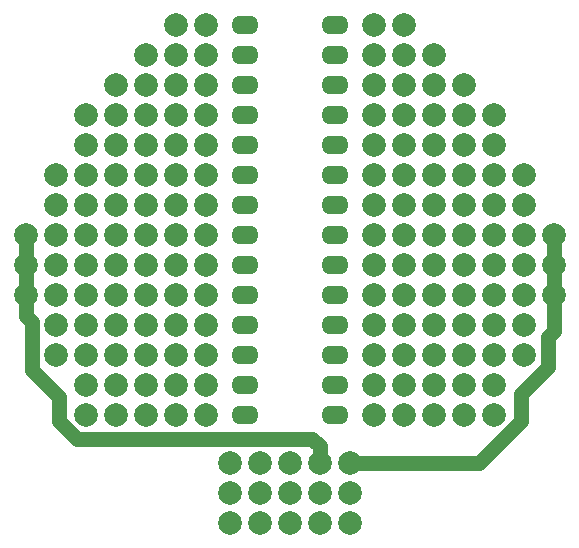
<source format=gtl>
G04 #@! TF.FileFunction,Copper,L1,Top,Signal*
%FSLAX46Y46*%
G04 Gerber Fmt 4.6, Leading zero omitted, Abs format (unit mm)*
G04 Created by KiCad (PCBNEW 4.0.0-rc1-stable) date Di 10 Nov 2015 17:33:22 CET*
%MOMM*%
G01*
G04 APERTURE LIST*
%ADD10C,0.100000*%
%ADD11C,1.998980*%
%ADD12O,2.300000X1.600000*%
%ADD13C,1.250000*%
G04 APERTURE END LIST*
D10*
D11*
X158750000Y-103124000D03*
X139446000Y-103124000D03*
X156210000Y-103124000D03*
X141986000Y-103124000D03*
X158750000Y-105664000D03*
X156210000Y-105664000D03*
X161290000Y-105664000D03*
X161290000Y-108204000D03*
X158750000Y-108204000D03*
X163830000Y-108204000D03*
X156210000Y-108204000D03*
X141986000Y-105664000D03*
X139446000Y-105664000D03*
X136906000Y-105664000D03*
X139446000Y-108204000D03*
X136906000Y-108204000D03*
X141986000Y-108204000D03*
X134366000Y-108204000D03*
X126746000Y-123444000D03*
X126746000Y-120904000D03*
X126746000Y-125984000D03*
X129286000Y-125984000D03*
X129286000Y-128524000D03*
X129286000Y-131064000D03*
X129286000Y-123444000D03*
X129286000Y-120904000D03*
X129286000Y-115824000D03*
X129286000Y-118364000D03*
X171450000Y-123444000D03*
X171450000Y-120904000D03*
X171450000Y-125984000D03*
X168910000Y-115824000D03*
X168910000Y-118364000D03*
X168910000Y-123444000D03*
X168910000Y-120904000D03*
X168910000Y-128524000D03*
X168910000Y-125984000D03*
X168910000Y-131064000D03*
X158750000Y-113284000D03*
X161290000Y-113284000D03*
X158750000Y-115824000D03*
X161290000Y-115824000D03*
X161290000Y-118364000D03*
X158750000Y-118364000D03*
X163830000Y-113284000D03*
X166370000Y-110744000D03*
X166370000Y-113284000D03*
X163830000Y-110744000D03*
X158750000Y-128524000D03*
X158750000Y-125984000D03*
X161290000Y-125984000D03*
X166370000Y-125984000D03*
X161290000Y-123444000D03*
X166370000Y-120904000D03*
X163830000Y-125984000D03*
X166370000Y-123444000D03*
X163830000Y-120904000D03*
X161290000Y-120904000D03*
X163830000Y-123444000D03*
X158750000Y-123444000D03*
X158750000Y-120904000D03*
X161290000Y-136144000D03*
X166370000Y-136144000D03*
X163830000Y-133604000D03*
X166370000Y-133604000D03*
X163830000Y-136144000D03*
X161290000Y-133604000D03*
X163830000Y-131064000D03*
X163830000Y-128524000D03*
X161290000Y-128524000D03*
X161290000Y-131064000D03*
X166370000Y-128524000D03*
X166370000Y-131064000D03*
X158750000Y-133604000D03*
X158750000Y-131064000D03*
X158750000Y-136144000D03*
X163830000Y-118364000D03*
X166370000Y-118364000D03*
X163830000Y-115824000D03*
X166370000Y-115824000D03*
X161290000Y-110744000D03*
X158750000Y-110744000D03*
X156210000Y-118364000D03*
X156210000Y-115824000D03*
X156210000Y-120904000D03*
X156210000Y-123444000D03*
X156210000Y-125984000D03*
X156210000Y-128524000D03*
X156210000Y-113284000D03*
X156210000Y-131064000D03*
X156210000Y-136144000D03*
X156210000Y-133604000D03*
X144018000Y-145288000D03*
X144018000Y-142748000D03*
X146558000Y-145288000D03*
X146558000Y-142748000D03*
X151638000Y-145288000D03*
X151638000Y-142748000D03*
X149098000Y-145288000D03*
X149098000Y-142748000D03*
X154178000Y-145288000D03*
X154178000Y-142748000D03*
X144018000Y-140208000D03*
X146558000Y-140208000D03*
X149098000Y-140208000D03*
X154178000Y-140208000D03*
X151638000Y-140208000D03*
X131826000Y-125984000D03*
X134366000Y-125984000D03*
X134366000Y-123444000D03*
X131826000Y-120904000D03*
X131826000Y-123444000D03*
X131826000Y-131064000D03*
X131826000Y-128524000D03*
X134366000Y-131064000D03*
X134366000Y-128524000D03*
X136906000Y-131064000D03*
X136906000Y-128524000D03*
X141986000Y-131064000D03*
X139446000Y-131064000D03*
X141986000Y-128524000D03*
X141986000Y-125984000D03*
X139446000Y-125984000D03*
X139446000Y-128524000D03*
X139446000Y-123444000D03*
X139446000Y-120904000D03*
X141986000Y-123444000D03*
X141986000Y-120904000D03*
X136906000Y-125984000D03*
X136906000Y-123444000D03*
X136906000Y-120904000D03*
X134366000Y-120904000D03*
X134366000Y-133604000D03*
X131826000Y-136144000D03*
X131826000Y-133604000D03*
X134366000Y-136144000D03*
X139446000Y-118364000D03*
X141986000Y-118364000D03*
X141986000Y-110744000D03*
X141986000Y-115824000D03*
X141986000Y-113284000D03*
X139446000Y-110744000D03*
X131826000Y-118364000D03*
X136906000Y-118364000D03*
X131826000Y-115824000D03*
X134366000Y-118364000D03*
X136906000Y-110744000D03*
X139446000Y-115824000D03*
X134366000Y-113284000D03*
X136906000Y-115824000D03*
X136906000Y-113284000D03*
X139446000Y-113284000D03*
X134366000Y-115824000D03*
X136906000Y-133604000D03*
X139446000Y-133604000D03*
X139446000Y-136144000D03*
X141986000Y-136144000D03*
X136906000Y-136144000D03*
X141986000Y-133604000D03*
X131826000Y-113284000D03*
X131826000Y-110744000D03*
X134366000Y-110744000D03*
X156210000Y-110744000D03*
D12*
X145288000Y-136144000D03*
X145288000Y-133604000D03*
X145288000Y-131064000D03*
X145288000Y-128524000D03*
X145288000Y-125984000D03*
X145288000Y-123444000D03*
X145288000Y-120904000D03*
X145288000Y-118364000D03*
X145288000Y-115824000D03*
X145288000Y-113284000D03*
X145288000Y-110744000D03*
X145288000Y-108204000D03*
X145288000Y-105664000D03*
X145288000Y-103124000D03*
X152908000Y-103124000D03*
X152908000Y-105664000D03*
X152908000Y-108204000D03*
X152908000Y-110744000D03*
X152908000Y-113284000D03*
X152908000Y-115824000D03*
X152908000Y-118364000D03*
X152908000Y-120904000D03*
X152908000Y-123444000D03*
X152908000Y-125984000D03*
X152908000Y-128524000D03*
X152908000Y-131064000D03*
X152908000Y-133604000D03*
X152908000Y-136144000D03*
D13*
X154178000Y-140208000D02*
X165100000Y-140208000D01*
X165100000Y-140208000D02*
X168656000Y-136652000D01*
X168656000Y-136652000D02*
X168656000Y-134366000D01*
X168656000Y-134366000D02*
X170942000Y-132080000D01*
X171450000Y-129032000D02*
X171450000Y-125984000D01*
X170942000Y-132080000D02*
X170942000Y-129540000D01*
X170942000Y-129540000D02*
X171450000Y-129032000D01*
X126746000Y-125984000D02*
X126746000Y-127762000D01*
X126746000Y-127762000D02*
X127254000Y-128270000D01*
X151019492Y-138176000D02*
X151638000Y-138794508D01*
X127254000Y-128270000D02*
X127254000Y-132334000D01*
X127254000Y-132334000D02*
X129540000Y-134620000D01*
X129540000Y-134620000D02*
X129540000Y-136652000D01*
X151638000Y-138794508D02*
X151638000Y-140208000D01*
X129540000Y-136652000D02*
X131064000Y-138176000D01*
X131064000Y-138176000D02*
X151019492Y-138176000D01*
X126746000Y-123444000D02*
X126746000Y-120904000D01*
X126746000Y-125984000D02*
X126746000Y-123444000D01*
X171450000Y-123444000D02*
X171450000Y-120904000D01*
X171450000Y-125984000D02*
X171450000Y-123444000D01*
M02*

</source>
